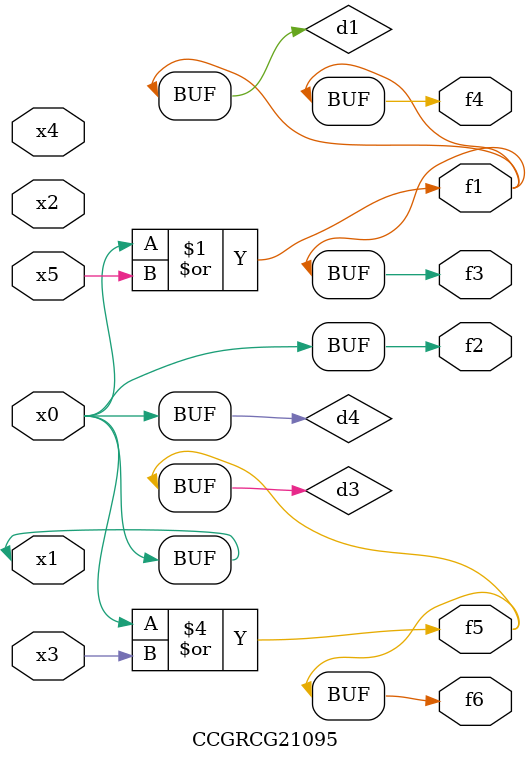
<source format=v>
module CCGRCG21095(
	input x0, x1, x2, x3, x4, x5,
	output f1, f2, f3, f4, f5, f6
);

	wire d1, d2, d3, d4;

	or (d1, x0, x5);
	xnor (d2, x1, x4);
	or (d3, x0, x3);
	buf (d4, x0, x1);
	assign f1 = d1;
	assign f2 = d4;
	assign f3 = d1;
	assign f4 = d1;
	assign f5 = d3;
	assign f6 = d3;
endmodule

</source>
